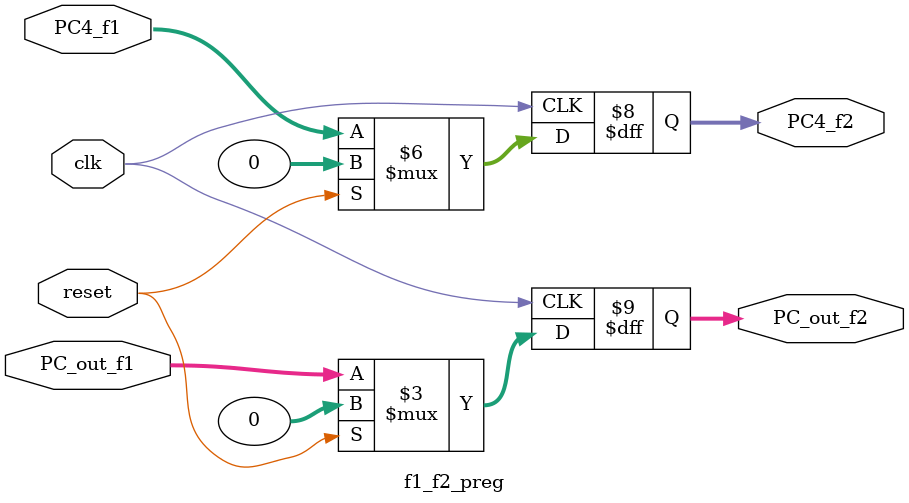
<source format=sv>
module f1_f2_preg(clk, reset, PC4_f1, PC_out_f1, PC4_f2, PC_out_f2);
	input logic clk, reset;
	input logic [31:0] PC4_f1, PC_out_f1;
	output logic [31:0] PC4_f2, PC_out_f2;

	// registers on the clock cycle
	always @(posedge clk) begin 
		if (reset) begin 
			PC4_f2 <= 32'h0;
			PC_out_f2 <= 32'h0;
		end else begin
			PC4_f2 <= PC4_f1;
			PC_out_f2 <= PC_out_f1;
		end
	end
endmodule

</source>
